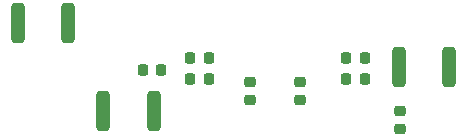
<source format=gbp>
G04 #@! TF.GenerationSoftware,KiCad,Pcbnew,7.0.9*
G04 #@! TF.CreationDate,2023-11-27T12:39:35-05:00*
G04 #@! TF.ProjectId,GE_3T_Wantcom_motherboard,47455f33-545f-4576-916e-74636f6d5f6d,0*
G04 #@! TF.SameCoordinates,Original*
G04 #@! TF.FileFunction,Paste,Bot*
G04 #@! TF.FilePolarity,Positive*
%FSLAX46Y46*%
G04 Gerber Fmt 4.6, Leading zero omitted, Abs format (unit mm)*
G04 Created by KiCad (PCBNEW 7.0.9) date 2023-11-27 12:39:35*
%MOMM*%
%LPD*%
G01*
G04 APERTURE LIST*
G04 Aperture macros list*
%AMRoundRect*
0 Rectangle with rounded corners*
0 $1 Rounding radius*
0 $2 $3 $4 $5 $6 $7 $8 $9 X,Y pos of 4 corners*
0 Add a 4 corners polygon primitive as box body*
4,1,4,$2,$3,$4,$5,$6,$7,$8,$9,$2,$3,0*
0 Add four circle primitives for the rounded corners*
1,1,$1+$1,$2,$3*
1,1,$1+$1,$4,$5*
1,1,$1+$1,$6,$7*
1,1,$1+$1,$8,$9*
0 Add four rect primitives between the rounded corners*
20,1,$1+$1,$2,$3,$4,$5,0*
20,1,$1+$1,$4,$5,$6,$7,0*
20,1,$1+$1,$6,$7,$8,$9,0*
20,1,$1+$1,$8,$9,$2,$3,0*%
G04 Aperture macros list end*
%ADD10RoundRect,0.225000X0.225000X0.250000X-0.225000X0.250000X-0.225000X-0.250000X0.225000X-0.250000X0*%
%ADD11RoundRect,0.250000X-0.312500X-1.450000X0.312500X-1.450000X0.312500X1.450000X-0.312500X1.450000X0*%
%ADD12RoundRect,0.250000X0.312500X1.450000X-0.312500X1.450000X-0.312500X-1.450000X0.312500X-1.450000X0*%
%ADD13RoundRect,0.225000X0.250000X-0.225000X0.250000X0.225000X-0.250000X0.225000X-0.250000X-0.225000X0*%
%ADD14RoundRect,0.218750X-0.218750X-0.256250X0.218750X-0.256250X0.218750X0.256250X-0.218750X0.256250X0*%
%ADD15RoundRect,0.225000X-0.225000X-0.250000X0.225000X-0.250000X0.225000X0.250000X-0.225000X0.250000X0*%
G04 APERTURE END LIST*
D10*
X179775000Y-111750000D03*
X178225000Y-111750000D03*
D11*
X170862500Y-114500000D03*
X175137500Y-114500000D03*
D10*
X192987500Y-111750000D03*
X191437500Y-111750000D03*
D12*
X200137500Y-110740000D03*
X195862500Y-110740000D03*
D13*
X183250000Y-113550000D03*
X183250000Y-112000000D03*
D14*
X191425000Y-110000000D03*
X193000000Y-110000000D03*
X178212500Y-110000000D03*
X179787500Y-110000000D03*
D15*
X174225000Y-111000000D03*
X175775000Y-111000000D03*
D11*
X163612500Y-107000000D03*
X167887500Y-107000000D03*
D13*
X187500000Y-113550000D03*
X187500000Y-112000000D03*
X196000000Y-116015000D03*
X196000000Y-114465000D03*
M02*

</source>
